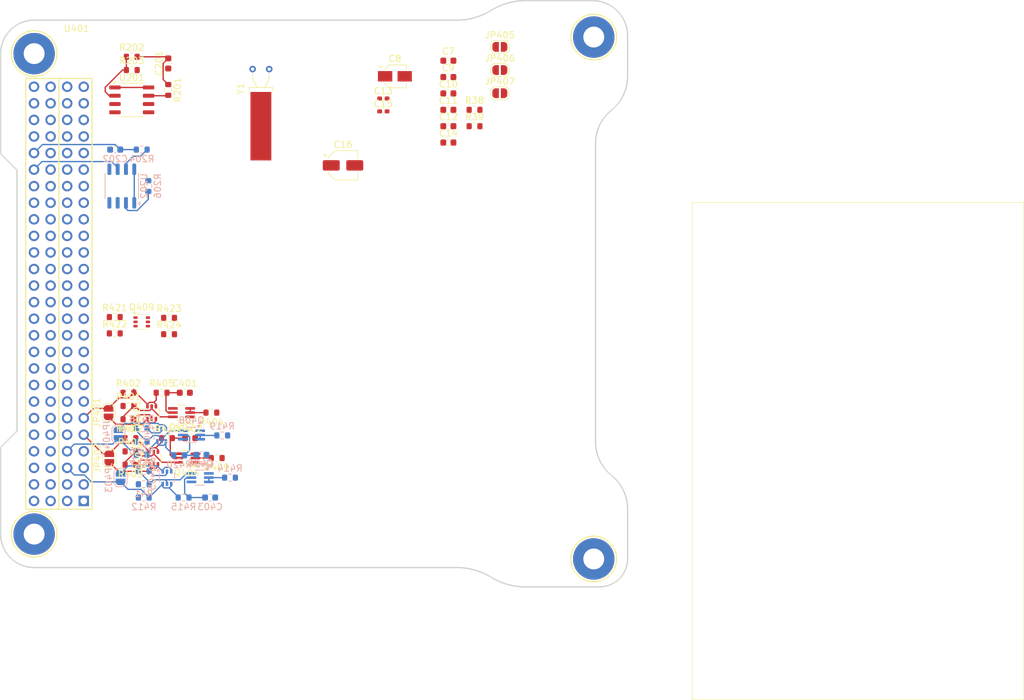
<source format=kicad_pcb>
(kicad_pcb (version 20240108) (generator "pcbnew") (generator_version "8.0")
  (layers (0 "F.Cu" signal) (1 "In1.Cu" signal) (2 "In2.Cu" signal) (31 "B.Cu" mixed) (34 "B.Paste" user) (35 "F.Paste" user) (36 "B.SilkS" user "B.Silkscreen") (37 "F.SilkS" user "F.Silkscreen") (38 "B.Mask" user) (39 "F.Mask" user) (44 "Edge.Cuts" user))
  (net 0 "")
  (net 1 "/MSP430/3V3")
  (net 2 "GND")
  (net 3 "Net-(U101-VCORE)")
  (net 4 "/MSP430/XIN")
  (net 5 "/MSP430/XOUT")
  (net 6 "/MSP430/VUSB")
  (net 7 "/MSP430/V18")
  (net 8 "/MSP430/5V")
  (net 9 "EPS_RESET")
  (net 10 "Net-(Q402B-G1)")
  (net 11 "Net-(Q404B-G1)")
  (net 12 "Net-(Q406B-G1)")
  (net 13 "Net-(Q408B-G1)")
  (net 14 "I2C5V_SCL_PROTEC")
  (net 15 "I2C5V_SCL")
  (net 16 "I2C5V_SDA_PROTEC")
  (net 17 "I2C5V_SDA")
  (net 18 "I2C33V_SCL_PROTEC")
  (net 19 "I2C33V_SCL")
  (net 20 "I2C33V_SDA")
  (net 21 "I2C33V_SDA_PROTEC")
  (net 22 "MISO_RF2")
  (net 23 "MISO")
  (net 24 "MISO_RF1")
  (net 25 "MISO_SD")
  (net 26 "Net-(Q401B-B2)")
  (net 27 "Net-(Q401A-B1)")
  (net 28 "Net-(Q402A-G2)")
  (net 29 "Net-(Q403B-B2)")
  (net 30 "Net-(Q403A-B1)")
  (net 31 "Net-(Q404A-G2)")
  (net 32 "Net-(Q405B-B2)")
  (net 33 "Net-(Q405A-B1)")
  (net 34 "Net-(Q406A-G2)")
  (net 35 "Net-(Q407A-B1)")
  (net 36 "Net-(Q407B-B2)")
  (net 37 "Net-(Q408A-G2)")
  (net 38 "Net-(Q409A-B1)")
  (net 39 "Net-(Q409A-E1)")
  (net 40 "SPI_MISO_PROTEC")
  (net 42 "SBWTDIO")
  (net 43 "3.3V")
  (net 44 "Net-(U201-~{RESET})")
  (net 45 "SWCLK")
  (net 46 "Net-(U202-~{RESET})")
  (net 47 "SPI_CS")
  (net 48 "SPI_MISO")
  (net 49 "SPI_SCK_PROTEC")
  (net 50 "SPI_SCK")
  (net 51 "SPI_MOSI_PROTEC")
  (net 52 "SPI_MOSI")
  (net 53 "Net-(U201-~{MR})")
  (net 55 "EPS_WDT_WDI")
  (net 57 "OBC_WDT_WDI")
  (net 58 "Net-(U202-~{MR})")
  (net 78 "33VOCPCBUS3")
  (net 87 "UART_TX1")
  (net 90 "UART_RX1")
  (net 92 "UART_RX2")
  (net 97 "5VOCPCBUS1")
  (net 98 "33VOCPCBUS2")
  (net 115 "5VOCPCBUS2")
  (net 121 "UART_TX2")
  (net 142 "33VOCPCBUS1")
  (net 157 "OBC_RESET")
  (footprint "Package_TO_SOT_SMD:SOT-363_SC-70-6_Handsoldering" (layer "F.Cu") (at 74.168 82.995 180)
    (property "Reference" "Q402")
    (property "Value" "BSS138DWQ-7")
  )
  (footprint "Resistor_SMD:R_0603_1608Metric" (layer "F.Cu") (at 66.548 28.448)
    (property "Reference" "R202")
    (property "Value" "10K")
  )
  (footprint "Jumper:SolderJumper-2_P1.3mm_Open_RoundedPad1.0x1.5mm" (layer "F.Cu") (at 62.992 82.995 90)
    (property "Reference" "JP401")
    (property "Value" "SolderJumper_2_Open")
  )
  (footprint "Resistor_SMD:R_0603_1608Metric" (layer "F.Cu") (at 66.350001 88.941)
    (property "Reference" "R406")
    (property "Value" "10K")
  )
  (footprint "Resistor_SMD:R_0603_1608Metric" (layer "F.Cu") (at 71.938001 86.909)
    (property "Reference" "R410")
    (property "Value" "200K")
  )
  (footprint "Capacitor_SMD:C_0603_1608Metric" (layer "F.Cu") (at 115.049 41.596)
    (property "Reference" "C14")
    (property "Value" "1u0")
  )
  (footprint "Jumper:SolderJumper-2_P1.3mm_Open_RoundedPad1.0x1.5mm" (layer "F.Cu") (at 63.111001 89.957 90)
    (property "Reference" "JP402")
    (property "Value" "SolderJumper_2_Open")
  )
  (footprint "Resistor_SMD:R_0603_1608Metric" (layer "F.Cu") (at 66.04 81.979)
    (property "Reference" "R401")
    (property "Value" "10K")
  )
  (footprint "Resistor_SMD:R_0603_1608Metric" (layer "F.Cu") (at 72.136 33.528 -90)
    (property "Reference" "R201")
    (property "Value" "10k")
  )
  (footprint "Capacitor_SMD:C_0603_1608Metric" (layer "F.Cu") (at 75.494001 86.909)
    (property "Reference" "C402")
    (property "Value" "10nF")
  )
  (footprint "Resistor_SMD:R_0603_1608Metric" (layer "F.Cu") (at 72.261 70.978)
    (property "Reference" "R424")
    (property "Value" "1K")
  )
  (footprint "Capacitor_SMD:C_0603_1608Metric" (layer "F.Cu") (at 115.049 29.046)
    (property "Reference" "C7")
    (property "Value" "1u0")
  )
  (footprint "Capacitor_SMD:C_0603_1608Metric" (layer "F.Cu") (at 115.049 36.576)
    (property "Reference" "C11")
    (property "Value" "1u1")
  )
  (footprint "Jumper:SolderJumper-2_P1.3mm_Open_RoundedPad1.0x1.5mm" (layer "F.Cu") (at 122.936 26.93)
    (property "Reference" "JP405")
    (property "Value" "SolderJumper_2_Open")
  )
  (footprint "Capacitor_SMD:C_0402_1005Metric_Pad0.74x0.62mm_HandSolder" (layer "F.Cu") (at 105.09 36.814)
    (property "Reference" "C15")
    (property "Value" "1u0")
  )
  (footprint "Resistor_SMD:R_0603_1608Metric" (layer "F.Cu") (at 72.261 68.468)
    (property "Reference" "R423")
    (property "Value" "1K")
  )
  (footprint "Capacitor_SMD:C_0603_1608Metric" (layer "F.Cu") (at 115.049 31.556)
    (property "Reference" "C9")
    (property "Value" "1u0")
  )
  (footprint "Resistor_SMD:R_0603_1608Metric" (layer "F.Cu") (at 66.548 30.48)
    (property "Reference" "R203")
    (property "Value" "10K")
  )
  (footprint "Resistor_SMD:R_0603_1608Metric" (layer "F.Cu") (at 66.04 84.011 180)
    (property "Reference" "R403")
    (property "Value" "680")
  )
  (footprint "Capacitor_SMD:C_0402_1005Metric_Pad0.74x0.62mm_HandSolder" (layer "F.Cu") (at 105.09 34.844)
    (property "Reference" "C13")
    (property "Value" "1u0")
  )
  (footprint "Capacitor_SMD:C_0603_1608Metric" (layer "F.Cu") (at 115.049 34.066)
    (property "Reference" "C10")
    (property "Value" "1u0")
  )
  (footprint "Capacitor_SMD:CP_Elec_3x5.3" (layer "F.Cu") (at 106.86 31.434)
    (property "Reference" "C8")
    (property "Value" "10u")
  )
  (footprint "Resistor_SMD:R_0603_1608Metric" (layer "F.Cu") (at 63.942 68.343)
    (property "Reference" "R421")
    (property "Value" "4.7K")
  )
  (footprint "Resistor_SMD:R_0603_1608Metric" (layer "F.Cu") (at 66.350001 90.973 180)
    (property "Reference" "R408")
    (property "Value" "680")
  )
  (footprint "Jumper:SolderJumper-2_P1.3mm_Open_RoundedPad1.0x1.5mm" (layer "F.Cu") (at 122.936 30.48)
    (property "Reference" "JP406")
    (property "Value" "SolderJumper_2_Open")
  )
  (footprint "Resistor_SMD:R_0603_1608Metric" (layer "F.Cu") (at 63.942 70.853)
    (property "Reference" "R422")
    (property "Value" "0")
  )
  (footprint "Package_TO_SOT_SMD:SOT-363_SC-70-6" (layer "F.Cu") (at 69.906001 89.957 90)
    (property "Reference" "Q403")
    (property "Value" "MBT2222ADW1T1")
  )
  (footprint "Capacitor_SMD:C_0603_1608Metric" (layer "F.Cu") (at 72.136 29.464 90)
    (property "Reference" "C201")
    (property "Value" "1uF")
  )
  (footprint "Resistor_SMD:R_0603_1608Metric" (layer "F.Cu") (at 119.059 36.576)
    (property "Reference" "R38")
    (property "Value" "10k")
  )
  (footprint "Capacitor_SMD:CP_Elec_4x3.9" (layer "F.Cu") (at 98.91 45.094)
    (property "Reference" "C16")
    (property "Value" "10u")
  )
  (footprint "Package_TO_SOT_SMD:SOT-363_SC-70-6" (layer "F.Cu") (at 69.596 82.995 90)
    (property "Reference" "Q401")
    (property "Value" "MBT2222ADW1T1")
  )
  (footprint "Resistor_SMD:R_0603_1608Metric" (layer "F.Cu") (at 66.350001 86.909)
    (property "Reference" "R407")
    (property "Value" "10K")
  )
  (footprint "Resistor_SMD:R_0603_1608Metric" (layer "F.Cu") (at 66.04 79.947)
    (property "Reference" "R402")
    (property "Value" "10K")
  )
  (footprint "Capacitor_SMD:C_0603_1608Metric" (layer "F.Cu") (at 74.676 79.947)
    (property "Reference" "C401")
    (property "Value" "10nF")
  )
  (footprint "Crystal:Crystal_AT310_D3.0mm_L10.0mm_Horizontal_1EP_style1" (layer "F.Cu") (at 85.06 30.334)
    (property "Reference" "Y1")
    (property "Value" "32K")
  )
  (footprint "Resistor_SMD:R_0603_1608Metric" (layer "F.Cu") (at 78.74 82.995 180)
    (property "Reference" "R404")
    (property "Value" "100K")
  )
  (footprint "Package_SO:SO-8_3.9x4.9mm_P1.27mm" (layer "F.Cu") (at 66.548 35.052)
    (property "Reference" "U201")
    (property "Value" "MAX706RESA")
  )
  (footprint "Capacitor_SMD:C_0603_1608Metric" (layer "F.Cu") (at 115.049 39.086)
    (property "Reference" "C12")
    (property "Value" "1u1")
  )
  (footprint "Resistor_SMD:R_0603_1608Metric" (layer "F.Cu") (at 79.558001 89.957 180)
    (property "Reference" "R409")
    (property "Value" "100K")
  )
  (footprint "Resistor_SMD:R_0603_1608Metric" (layer "F.Cu") (at 119.059 39.086)
    (property "Reference" "R39")
    (property "Value" "10K")
  )
  (footprint "Resistor_SMD:R_0603_1608Metric" (layer "F.Cu") (at 71.12 79.947)
    (property "Reference" "R405")
    (property "Value" "200K")
  )
  (footprint "Package_TO_SOT_SMD:SOT-363_SC-70-6_Handsoldering" (layer "F.Cu") (at 74.986001 89.957 180)
    (property "Reference" "Q404")
    (property "Value" "BSS138DWQ-7")
  )
  (footprint "Jumper:SolderJumper-2_P1.3mm_Open_RoundedPad1.0x1.5mm" (layer "F.Cu") (at 122.936 34.03)
    (property "Reference" "JP407")
    (property "Value" "SolderJumper_2_Open")
  )
  (footprint "Payload:PC104-Standard" (layer "F.Cu") (at 51.592 101.62)
    (property "Reference" "U401")
    (property "Value" "Payload")
    (fp_line (start -5.13 -58.3) (end -5.13 -73.66) (stroke (width 0.2)) (layer "Edge.Cuts"))
    (fp_line (start -5.13 -13.3) (end -5.13 0) (stroke (width 0.2)) (layer "Edge.Cuts"))
    (fp_line (start -5.13 -13.3) (end -2.63 -15.8) (stroke (width 0.2)) (layer "Edge.Cuts"))
    (fp_line (start -2.63 -55.8) (end -5.13 -58.3) (stroke (width 0.2)) (layer "Edge.Cuts"))
    (fp_line (start -2.63 -15.8) (end -2.63 -55.8) (stroke (width 0.2)) (layer "Edge.Cuts"))
    (fp_line (start 65 -78.79) (end 0 -78.79) (stroke (width 0.2)) (layer "Edge.Cuts"))
    (fp_line (start 65 5.13) (end 0 5.13) (stroke (width 0.2)) (layer "Edge.Cuts"))
    (fp_line (start 75 -81.78) (end 85.73 -81.78) (stroke (width 0.2)) (layer "Edge.Cuts"))
    (fp_line (start 86 -60) (end 86 -14) (stroke (width 0.2)) (layer "Edge.Cuts"))
    (fp_line (start 86.6 8.09) (end 75 8.09) (stroke (width 0.2)) (layer "Edge.Cuts"))
    (fp_line (start 90.91 -76.2) (end 90.91 -70) (stroke (width 0.2)) (layer "Edge.Cuts"))
    (fp_line (start 90.91 -4) (end 90.91 3.81) (stroke (width 0.2)) (layer "Edge.Cuts"))
    (fp_arc (start -5.13 -73.66) (mid -3.627458 -77.287458) (end 0 -78.79) (stroke (width 0.2)) (layer "Edge.Cuts"))
    (fp_arc (start 0 5.13) (mid -3.627458 3.627458) (end -5.13 0) (stroke (width 0.2)) (layer "Edge.Cuts"))
    (fp_arc (start 65 5.13) (mid 67.597422 5.540869) (end 70 6.61) (stroke (width 0.2)) (layer "Edge.Cuts"))
    (fp_arc (start 70 -80.285) (mid 67.598411 -79.208368) (end 65 -78.79) (stroke (width 0.2)) (layer "Edge.Cuts"))
    (fp_arc (start 70 -80.285) (mid 72.401589 -81.361632) (end 75 -81.78) (stroke (width 0.2)) (layer "Edge.Cuts"))
    (fp_arc (start 75 8.09) (mid 72.402578 7.679131) (end 70 6.61) (stroke (width 0.2)) (layer "Edge.Cuts"))
    (fp_arc (start 85.73 -81.78) (mid 89.475656 -80.062813) (end 90.91 -76.2) (stroke (width 0.2)) (layer "Edge.Cuts"))
    (fp_arc (start 86 -60) (mid 86.673267 -62.772128) (end 88.455 -65) (stroke (width 0.2)) (layer "Edge.Cuts"))
    (fp_arc (start 88.455 -9) (mid 86.673266 -11.227871) (end 86 -14) (stroke (width 0.2)) (layer "Edge.Cuts"))
    (fp_arc (start 88.455 -9) (mid 90.236734 -6.772129) (end 90.91 -4) (stroke (width 0.2)) (layer "Edge.Cuts"))
    (fp_arc (start 90.91 -70) (mid 90.236733 -67.227872) (end 88.455 -65) (stroke (width 0.2)) (layer "Edge.Cuts"))
    (fp_arc (start 90.91 3.81) (mid 89.641417 6.84263) (end 86.6 8.09) (stroke (width 0.2)) (layer "Edge.Cuts"))
  )
  (footprint "Package_TO_SOT_SMD:SOT-363_SC-70-6" (layer "F.Cu") (at 68.072 69.088)
    (property "Reference" "Q409")
    (property "Value" "MMDT2907")
  )
  (footprint "Capacitor_SMD:C_0603_1608Metric" (layer "B.Cu") (at 77.216 89.474)
    (property "Reference" "C404")
    (property "Value" "10nF")
  )
  (footprint "Resistor_SMD:R_0603_1608Metric" (layer "B.Cu") (at 68.072 85.41 180)
    (property "Reference" "R418")
    (property "Value" "680")
  )
  (footprint "Package_TO_SOT_SMD:SOT-363_SC-70-6" (layer "B.Cu") (at 71.945 92.964 -90)
    (property "Reference" "Q405")
    (property "Value" "MBT2222ADW1T1")
  )
  (footprint "Resistor_SMD:R_0603_1608Metric" (layer "B.Cu") (at 74.485 96.012)
    (property "Reference" "R415")
    (property "Value" "200K")
  )
  (footprint "Resistor_SMD:R_0603_1608Metric" (layer "B.Cu") (at 73.802 89.54)
    (property "Reference" "R420")
    (property "Value" "200K")
  )
  (footprint "Capacitor_SMD:C_0603_1608Metric" (layer "B.Cu") (at 78.549 96.012)
    (property "Reference" "C403")
    (property "Value" "10nF")
  )
  (footprint "Resistor_SMD:R_0603_1608Metric" (layer "B.Cu") (at 68.389 91.948 180)
    (property "Reference" "R413")
    (property "Value" "680")
  )
  (footprint "Package_SO:SO-8_3.9x4.9mm_P1.27mm" (layer "B.Cu") (at 65.024 48.26 90)
    (property "Reference" "U202")
    (property "Value" "MAX706RESA")
  )
  (footprint "Jumper:SolderJumper-2_P1.3mm_Open_RoundedPad1.0x1.5mm" (layer "B.Cu") (at 64.833 92.964 -90)
    (property "Reference" "JP403")
    (property "Value" "SolderJumper_2_Open")
  )
  (footprint "Package_TO_SOT_SMD:SOT-363_SC-70-6_Handsoldering" (layer "B.Cu") (at 77.025 92.964 180)
    (property "Reference" "Q406")
    (property "Value" "BSS138DWQ-7")
  )
  (footprint "Resistor_SMD:R_0603_1608Metric" (layer "B.Cu") (at 68.389 96.012)
    (property "Reference" "R412")
    (property "Value" "10K")
  )
  (footprint "Jumper:SolderJumper-2_P1.3mm_Open_RoundedPad1.0x1.5mm" (layer "B.Cu") (at 64.516 86.284 -90)
    (property "Reference" "JP404")
    (property "Value" "SolderJumper_2_Open")
  )
  (footprint "Resistor_SMD:R_0603_1608Metric" (layer "B.Cu") (at 69.088 48.26 90)
    (property "Reference" "R206")
    (property "Value" "10K")
  )
  (footprint "Package_TO_SOT_SMD:SOT-363_SC-70-6_Handsoldering" (layer "B.Cu") (at 75.692 86.426 180)
    (property "Reference" "Q408")
    (property "Value" "BSS138DWQ-7")
  )
  (footprint "Resistor_SMD:R_0603_1608Metric" (layer "B.Cu") (at 68.072 42.672)
    (property "Reference" "R204")
    (property "Value" "10k")
  )
  (footprint "Resistor_SMD:R_0603_1608Metric" (layer "B.Cu") (at 80.406 86.492 180)
    (property "Reference" "R419")
    (property "Value" "100K")
  )
  (footprint "Package_TO_SOT_SMD:SOT-363_SC-70-6" (layer "B.Cu") (at 71.12 86.426 -90)
    (property "Reference" "Q407")
    (property "Value" "MBT2222ADW1T1")
  )
  (footprint "Resistor_SMD:R_0603_1608Metric" (layer "B.Cu") (at 68.072 87.442)
    (property "Reference" "R416")
    (property "Value" "10K")
  )
  (footprint "Resistor_SMD:R_0603_1608Metric" (layer "B.Cu") (at 68.389 93.98)
    (property "Reference" "R41")
    (property "Value" "10K")
  )
  (footprint "Resistor_SMD:R_0603_1608Metric" (layer "B.Cu") (at 81.597 92.964 180)
    (property "Reference" "R414")
    (property "Value" "100K")
  )
  (footprint "Capacitor_SMD:C_0603_1608Metric" (layer "B.Cu") (at 64.008 42.672)
    (property "Reference" "C202")
    (property "Value" "1uF")
  )
  (footprint "Resistor_SMD:R_0603_1608Metric" (layer "B.Cu") (at 68.072 89.474)
    (property "Reference" "R417")
    (property "Value" "10K")
  )
  (gr_rect (start 152.4 50.8) (end 203.2 127) (stroke (width 0.1)) (fill none) (layer "F.SilkS"))
  (segment (start 71.895 28.448) (end 72.136 28.689) (width 0.2) (layer "F.Cu") (net 9))
  (segment (start 72.136 28.689) (end 71.361 29.464) (width 0.2) (layer "F.Cu") (net 9))
  (segment (start 67.373 28.448) (end 71.895 28.448) (width 0.2) (layer "F.Cu") (net 9))
  (segment (start 71.361 31.928) (end 72.136 32.703) (width 0.2) (layer "F.Cu") (net 9))
  (segment (start 71.361 29.464) (end 71.361 31.928) (width 0.2) (layer "F.Cu") (net 9))
  (segment (start 73.901 79.947) (end 71.945 79.947) (width 0.2) (layer "F.Cu") (net 10))
  (segment (start 71.945 79.947) (end 71.788 80.104) (width 0.2) (layer "F.Cu") (net 10))
  (segment (start 71.788 80.104) (end 71.788 82.694999) (width 0.2) (layer "F.Cu") (net 10))
  (segment (start 72.088001 82.995) (end 72.838 82.995) (width 0.2) (layer "F.Cu") (net 10))
  (segment (start 71.788 82.694999) (end 72.088001 82.995) (width 0.2) (layer "F.Cu") (net 10))
  (segment (start 72.446001 87.226) (end 72.763001 86.909) (width 0.2) (layer "F.Cu") (net 11))
  (segment (start 74.719001 86.909) (end 72.763001 86.909) (width 0.2) (layer "F.Cu") (net 11))
  (segment (start 73.656001 89.957) (end 72.906002 89.957) (width 0.2) (layer "F.Cu") (net 11))
  (segment (start 72.906002 89.957) (end 72.446001 89.496999) (width 0.2) (layer "F.Cu") (net 11))
  (segment (start 72.446001 89.496999) (end 72.446001 87.226) (width 0.2) (layer "F.Cu") (net 11))
  (segment (start 74.945001 92.964) (end 75.695 92.964) (width 0.2) (layer "B.Cu") (net 12))
  (segment (start 75.31 96.012) (end 74.645 95.347) (width 0.2) (layer "B.Cu") (net 12))
  (segment (start 77.774 96.012) (end 75.31 96.012) (width 0.2) (layer "B.Cu") (net 12))
  (segment (start 74.645 95.347) (end 74.645 93.264001) (width 0.2) (layer "B.Cu") (net 12))
  (segment (start 74.645 93.264001) (end 74.945001 92.964) (width 0.2) (layer "B.Cu") (net 12))
  (segment (start 75.412 86.726001) (end 75.111999 86.426) (width 0.2) (layer "B.Cu") (net 13))
  (segment (start 76.375 89.54) (end 76.441 89.474) (width 0.2) (layer "B.Cu") (net 13))
  (segment (start 75.111999 86.426) (end 74.362 86.426) (width 0.2) (layer "B.Cu") (net 13))
  (segment (start 74.627 89.54) (end 76.375 89.54) (width 0.2) (layer "B.Cu") (net 13))
  (segment (start 75.412 88.755) (end 75.412 86.726001) (width 0.2) (layer "B.Cu") (net 13))
  (segment (start 74.627 89.54) (end 75.412 88.755) (width 0.2) (layer "B.Cu") (net 13))
  (segment (start 69.246001 81.42) (end 69.945999 81.42) (width 0.2) (layer "F.Cu") (net 14))
  (segment (start 66.09 80.722) (end 66.865 79.947) (width 0.2) (layer "F.Cu") (net 14))
  (segment (start 62.992 82.345) (end 64.615 80.722) (width 0.2) (layer "F.Cu") (net 14))
  (segment (start 69.945999 81.42) (end 70.246 81.720001) (width 0.2) (layer "F.Cu") (net 14))
  (segment (start 70.246 81.720001) (end 70.246 82.045) (width 0.2) (layer "F.Cu") (net 14))
  (segment (start 64.615 80.722) (end 66.09 80.722) (width 0.2) (layer "F.Cu") (net 14))
  (segment (start 60.687 82.345) (end 59.192 83.84) (width 0.2) (layer "F.Cu") (net 14))
  (segment (start 70.295 79.947) (end 70.295 81.070999) (width 0.2) (layer "F.Cu") (net 14))
  (segment (start 70.295 81.070999) (end 69.945999 81.42) (width 0.2) (layer "F.Cu") (net 14))
  (segment (start 62.992 82.345) (end 60.687 82.345) (width 0.2) (layer "F.Cu") (net 14))
  (segment (start 66.865 79.947) (end 66.865 79.4105) (width 0.2) (layer "F.Cu") (net 14))
  (segment (start 67.172999 79.947) (end 68.946 81.720001) (width 0.2) (layer "F.Cu") (net 14))
  (segment (start 68.946 82.045) (end 68.946 81.720001) (width 0.2) (layer "F.Cu") (net 14))
  (segment (start 66.865 79.947) (end 67.172999 79.947) (width 0.2) (layer "F.Cu") (net 14))
  (segment (start 68.946 81.720001) (end 69.246001 81.42) (width 0.2) (layer "F.Cu") (net 14))
  (segment (start 64.133 84.786) (end 68.105 84.786) (width 0.2) (layer "F.Cu") (net 15))
  (segment (start 68.946 84.269999) (end 69.246001 84.57) (width 0.2) (layer "F.Cu") (net 15))
  (segment (start 70.246 84.269999) (end 70.246 83.945) (width 0.2) (layer "F.Cu") (net 15))
  (segment (start 68.105 84.786) (end 68.946 83.945) (width 0.2) (layer "F.Cu") (net 15))
  (segment (start 69.945999 84.57) (end 70.246 84.269999) (width 0.2) (layer "F.Cu") (net 15))
  (segment (start 69.246001 84.57) (end 69.945999 84.57) (width 0.2) (layer "F.Cu") (net 15))
  (segment (start 62.992 83.645) (end 64.133 84.786) (width 0.2) (layer "F.Cu") (net 15))
  (segment (start 68.946 83.945) (end 68.946 84.269999) (width 0.2) (layer "F.Cu") (net 15))
  (segment (start 63.111001 89.307) (end 62.119 89.307) (width 0.2) (layer "F.Cu") (net 16))
  (segment (start 70.256 88.382) (end 70.556001 88.682001) (width 0.2) (layer "F.Cu") (net 16))
  (segment (start 66.400001 87.684) (end 67.175001 86.909) (width 0.2) (layer "F.Cu") (net 16))
  (segment (start 63.111001 89.307) (end 63.111001 89.288999) (width 0.2) (layer "F.Cu") (net 16))
  (segment (start 71.113001 86.909) (end 71.113001 87.524999) (width 0.2) (layer "F.Cu") (net 16))
  (segment (start 70.556001 88.682001) (end 70.556001 89.007) (width 0.2) (layer "F.Cu") (net 16))
  (segment (start 67.175001 86.909) (end 67.175001 86.926) (width 0.2) (layer "F.Cu") (net 16))
  (segment (start 63.111001 89.288999) (end 64.716 87.684) (width 0.2) (layer "F.Cu") (net 16))
  (segment (start 71.113001 87.524999) (end 70.256 88.382) (width 0.2) (layer "F.Cu") (net 16))
  (segment (start 69.256001 88.682001) (end 69.556002 88.382) (width 0.2) (layer "F.Cu") (net 16))
  (segment (start 69.256001 89.007) (end 69.256001 88.682001) (width 0.2) (layer "F.Cu") (net 16))
  (segment (start 62.119 89.307) (end 59.192 86.38) (width 0.2) (layer "F.Cu") (net 16))
  (segment (start 67.175001 86.926) (end 69.256001 89.007) (width 0.2) (layer "F.Cu") (net 16))
  (segment (start 64.716 87.684) (end 66.400001 87.684) (width 0.2) (layer "F.Cu") (net 16))
  (segment (start 69.556002 88.382) (end 70.256 88.382) (width 0.2) (layer "F.Cu") (net 16))
  (segment (start 70.556001 91.231999) (end 70.556001 90.907) (width 0.2) (layer "F.Cu") (net 17))
  (segment (start 70.256 91.532) (end 70.556001 91.231999) (width 0.2) (layer "F.Cu") (net 17))
  (segment (start 69.099002 91.989) (end 68.890001 91.989) (width 0.2) (layer "F.Cu") (net 17))
  (segment (start 69.256001 91.231999) (end 69.556002 91.532) (width 0.2) (layer "F.Cu") (net 17))
  (segment (start 63.111001 90.607) (end 64.493001 91.989) (width 0.2) (layer "F.Cu") (net 17))
  (segment (start 69.556002 91.532) (end 69.099002 91.989) (width 0.2) (layer "F.Cu") (net 17))
  (segment (start 64.493001 91.989) (end 68.890001 91.989) (width 0.2) (layer "F.Cu") (net 17))
  (segment (start 69.556002 91.532) (end 70.256 91.532) (width 0.2) (layer "F.Cu") (net 17))
  (segment (start 69.256001 90.907) (end 69.256001 91.231999) (width 0.2) (layer "F.Cu") (net 17))
  (segment (start 67.957 94.755) (end 69.214 96.012) (width 0.2) (layer "B.Cu") (net 18))
  (segment (start 71.488 94.539) (end 71.295 94.346) (width 0.2) (layer "B.Cu") (net 18))
  (segment (start 57.752 92.56) (end 56.652 91.46) (width 0.2) (layer "B.Cu") (net 18))
  (segment (start 60.361635 93.614) (end 59.307635 92.56) (width 0.2) (layer "B.Cu") (net 18))
  (segment (start 64.833 93.614) (end 65.974 94.755) (width 0.2) (layer "B.Cu") (net 18))
  (segment (start 69.214 96.012) (end 69.214 95.995) (width 0.2) (layer "B.Cu") (net 18))
  (segment (start 71.295 94.346) (end 71.295 93.914) (width 0.2) (layer "B.Cu") (net 18))
  (segment (start 65.974 94.755) (end 67.957 94.755) (width 0.2) (layer "B.Cu") (net 18))
  (segment (start 59.307635 92.56) (end 57.752 92.56) (width 0.2) (layer "B.Cu") (net 18))
  (segment (start 73.66 96.012) (end 73.66 95.904001) (width 0.2) (layer "B.Cu") (net 18))
  (segment (start 73.66 95.904001) (end 72.294999 94.539) (width 0.2) (layer "B.Cu") (net 18))
  (segment (start 72.595 93.914) (end 72.595 94.238999) (width 0.2) (layer "B.Cu") (net 18))
  (segment (start 69.214 95.995) (end 71.295 93.914) (width 0.2) (layer "B.Cu") (net 18))
  (segment (start 64.833 93.614) (end 60.361635 93.614) (width 0.2) (layer "B.Cu") (net 18))
  (segment (start 72.294999 94.539) (end 71.488 94.539) (width 0.2) (layer "B.Cu") (net 18))
  (segment (start 72.595 94.238999) (end 72.294999 94.539) (width 0.2) (layer "B.Cu") (net 18))
  (segment (start 64.833 92.314) (end 65.974 91.173) (width 0.2) (layer "B.Cu") (net 19))
  (segment (start 65.974 91.173) (end 70.454 91.173) (width 0.2) (layer "B.Cu") (net 19))
  (segment (start 71.295 92.014) (end 71.295 91.770544) (width 0.2) (layer "B.Cu") (net 19))
  (segment (start 71.676544 91.389) (end 72.294999 91.389) (width 0.2) (layer "B.Cu") (net 19))
  (segment (start 72.294999 91.389) (end 72.595 91.689001) (width 0.2) (layer "B.Cu") (net 19))
  (segment (start 70.454 91.173) (end 71.295 92.014) (width 0.2) (layer "B.Cu") (net 19))
  (segment (start 71.295 91.770544) (end 71.676544 91.389) (width 0.2) (layer "B.Cu") (net 19))
  (segment (start 72.595 91.689001) (end 72.595 92.014) (width 0.2) (layer "B.Cu") (net 19))
  (segment (start 70.770001 84.851) (end 70.47 85.151001) (width 0.2) (layer "B.Cu") (net 20))
  (segment (start 71.77 85.476) (end 71.77 85.151001) (width 0.2) (layer "B.Cu") (net 20))
  (segment (start 70.47 85.151001) (end 70.47 85.476) (width 0.2) (layer "B.Cu") (net 20))
  (segment (start 65.515 84.635) (end 70.554001 84.635) (width 0.2) (layer "B.Cu") (net 20))
  (segment (start 70.554001 84.635) (end 70.770001 84.851) (width 0.2) (layer "B.Cu") (net 20))
  (segment (start 71.77 85.151001) (end 71.469999 84.851) (width 0.2) (layer "B.Cu") (net 20))
  (segment (start 64.516 85.634) (end 65.515 84.635) (width 0.2) (layer "B.Cu") (net 20))
  (segment (start 71.469999 84.851) (end 70.770001 84.851) (width 0.2) (layer "B.Cu") (net 20))
  (segment (start 71.77 87.376) (end 71.77 88.333) (width 0.2) (layer "B.Cu") (net 21))
  (segment (start 56.652 88.92) (end 57.752 87.82) (width 0.2) (layer "B.Cu") (net 21))
  (segment (start 68.897 88.949) (end 70.47 87.376) (width 0.2) (layer "B.Cu") (net 21))
  (segment (start 66.281 88.699) (end 68.122 88.699) (width 0.2) (layer "B.Cu") (net 21))
  (segment (start 57.752 87.82) (end 63.63 87.82) (width 0.2) (layer "B.Cu") (net 21))
  (segment (start 70.47 87.700999) (end 70.770001 88.001) (width 0.2) (layer "B.Cu") (net 21))
  (segment (start 71.77 88.333) (end 72.977 89.54) (width 0.2) (layer "B.Cu") (net 21))
  (segment (start 68.897 89.474) (end 68.897 88.949) (width 0.2) (layer "B.Cu") (net 21))
  (segment (start 70.770001 88.001) (end 71.469999 88.001) (width 0.2) (layer "B.Cu") (net 21))
  (segment (start 63.63 87.82) (end 64.516 86.934) (width 0.2) (layer "B.Cu") (net 21))
  (segment (start 70.47 87.376) (end 70.47 87.700999) (width 0.2) (layer "B.Cu") (net 21))
  (segment (start 64.516 86.934) (end 66.281 88.699) (width 0.2) (layer "B.Cu") (net 21))
  (segment (start 68.122 88.699) (end 68.897 89.474) (width 0.2) (layer "B.Cu") (net 21))
  (segment (start 71.77 87.700999) (end 71.77 87.376) (width 0.2) (layer "B.Cu") (net 21))
  (segment (start 71.469999 88.001) (end 71.77 87.700999) (width 0.2) (layer "B.Cu") (net 21))
  (segment (start 65.215 83.629) (end 66.865 81.979) (width 0.2) (layer "F.Cu") (net 26))
  (segment (start 67.056 81.979) (end 67.747 82.67) (width 0.2) (layer "F.Cu") (net 26))
  (segment (start 69.596 82.045) (end 69.596 82.369999) (width 0.2) (layer "F.Cu") (net 26))
  (segment (start 66.865 81.979) (end 67.056 81.979) (width 0.2) (layer "F.Cu") (net 26))
  (segment (start 69.295999 82.67) (end 69.596 82.369999) (width 0.2) (layer "F.Cu") (net 26))
  (segment (start 69.596 82.369999) (end 70.871001 83.645) (width 0.2) (layer "F.Cu") (net 26))
  (segment (start 67.747 82.67) (end 69.295999 82.67) (width 0.2) (layer "F.Cu") (net 26))
  (segment (start 65.215 84.011) (end 65.215 83.629) (width 0.2) (layer "F.Cu") (net 26))
  (segment (start 70.871001 83.645) (end 72.838 83.645) (width 0.2) (layer "F.Cu") (net 26))
  (segment (start 66.865 84.011) (end 67.556 83.32) (width 0.2) (layer "F.Cu") (net 27))
  (segment (start 69.596 83.620001) (end 69.596 83.945) (width 0.2) (layer "F.Cu") (net 27))
  (segment (start 67.556 83.32) (end 69.295999 83.32) (width 0.2) (layer "F.Cu") (net 27))
  (segment (start 69.295999 83.32) (end 69.596 83.620001) (width 0.2) (layer "F.Cu") (net 27))
  (segment (start 75.498 82.345) (end 75.498 82.995) (width 0.2) (layer "F.Cu") (net 28))
  (segment (start 77.915 82.995) (end 75.498 82.995) (width 0.2) (layer "F.Cu") (net 28))
  (segment (start 69.606 89.632) (end 67.866001 89.632) (width 0.2) (layer "F.Cu") (net 29))
  (segment (start 71.181002 90.607) (end 73.656001 90.607) (width 0.2) (layer "F.Cu") (net 29))
  (segment (start 69.906001 89.331999) (end 69.606 89.632) (width 0.2) (layer "F.Cu") (net 29))
  (segment (start 65.525001 90.591) (end 67.175001 88.941) (width 0.2) (layer "F.Cu") (net 29))
  (segment (start 67.866001 89.632) (end 67.175001 88.941) (width 0.2) (layer "F.Cu") (net 29))
  (segment (start 69.906001 89.331999) (end 71.181002 90.607) (width 0.2) (layer "F.Cu") (net 29))
  (segment (start 69.906001 89.007) (end 69.906001 89.331999) (width 0.2) (layer "F.Cu") (net 29))
  (segment (start 65.525001 90.973) (end 65.525001 90.591) (width 0.2) (layer "F.Cu") (net 29))
  (segment (start 69.906001 90.582001) (end 69.606 90.282) (width 0.2) (layer "F.Cu") (net 30))
  (segment (start 69.606 90.282) (end 67.866001 90.282) (width 0.2) (layer "F.Cu") (net 30))
  (segment (start 69.906001 90.907) (end 69.906001 90.582001) (width 0.2) (layer "F.Cu") (net 30))
  (segment (start 67.866001 90.282) (end 67.175001 90.973) (width 0.2) (layer "F.Cu") (net 30))
  (segment (start 78.733001 89.957) (end 76.316001 89.957) (width 0.2) (layer "F.Cu") (net 31))
  (segment (start 69.905 93.289) (end 69.214 93.98) (width 0.2) (layer "B.Cu") (net 32))
  (segment (start 71.945 93.914) (end 71.945 93.589001) (width 0.2) (layer "B.Cu") (net 32))
  (segment (start 71.644999 93.289) (end 73.970001 93.289) (width 0.2) (layer "B.Cu") (net 32))
  (segment (start 69.214 93.98) (end 69.214 93.598) (width 0.2) (layer "B.Cu") (net 32))
  (segment (start 69.214 93.598) (end 67.564 91.948) (width 0.2) (layer "B.Cu") (net 32))
  (segment (start 71.644999 93.289) (end 69.905 93.289) (width 0.2) (layer "B.Cu") (net 32))
  (segment (start 74.945001 92.314) (end 75.695 92.314) (width 0.2) (layer "B.Cu") (net 32))
  (segment (start 73.970001 93.289) (end 74.945001 92.314) (width 0.2) (layer "B.Cu") (net 32))
  (segment (start 71.945 93.589001) (end 71.644999 93.289) (width 0.2) (layer "B.Cu") (net 32))
  (segment (start 69.905 92.639) (end 69.214 91.948) (width 0.2) (layer "B.Cu") (net 33))
  (segment (start 71.945 92.338999) (end 71.644999 92.639) (width 0.2) (layer "B.Cu") (net 33))
  (segment (start 71.644999 92.639) (end 69.905 92.639) (width 0.2) (layer "B.Cu") (net 33))
  (segment (start 71.945 92.014) (end 71.945 92.338999) (width 0.2) (layer "B.Cu") (net 33))
  (segment (start 78.355 93.614) (end 78.355 92.964) (width 0.2) (layer "B.Cu") (net 34))
  (segment (start 80.772 92.964) (end 78.355 92.964) (width 0.2) (layer "B.Cu") (net 34))
  (segment (start 71.12 85.476) (end 71.12 85.800999) (width 0.2) (layer "B.Cu") (net 35))
  (segment (start 69.588 86.101) (end 68.897 85.41) (width 0.2) (layer "B.Cu") (net 35))
  (segment (start 70.819999 86.101) (end 69.588 86.101) (width 0.2) (layer "B.Cu") (net 35))
  (segment (start 71.12 85.800999) (end 70.819999 86.101) (width 0.2) (layer "B.Cu") (net 35))
  (segment (start 72.395001 85.776) (end 71.12 87.051001) (width 0.2) (layer "B.Cu") (net 36))
  (segment (start 67.247 85.792) (end 68.897 87.442) (width 0.2) (layer "B.Cu") (net 36))
  (segment (start 71.12 87.051001) (end 70.569999 86.501) (width 0.2) (layer "B.Cu") (net 36))
  (segment (start 74.362 85.776) (end 72.395001 85.776) (width 0.2) (layer "B.Cu") (net 36))
  (segment (start 71.12 87.051001) (end 71.12 87.376) (width 0.2) (layer "B.Cu") (net 36))
  (segment (start 67.247 85.41) (end 67.247 85.792) (width 0.2) (layer "B.Cu") (net 36))
  (segment (start 69.838 86.501) (end 68.897 87.442) (width 0.2) (layer "B.Cu") (net 36))
  (segment (start 70.569999 86.501) (end 69.838 86.501) (width 0.2) (layer "B.Cu") (net 36))
  (segment (start 77.088 86.492) (end 77.022 86.426) (width 0.2) (layer "B.Cu") (net 37))
  (segment (start 79.581 86.492) (end 77.088 86.492) (width 0.2) (layer "B.Cu") (net 37))
  (segment (start 77.022 86.426) (end 77.022 87.076) (width 0.2) (layer "B.Cu") (net 37))
  (segment (start 65.723 30.48) (end 65.723 28.448) (width 0.2) (layer "F.Cu") (net 43))
  (segment (start 63.973 34.417) (end 63.098001 34.417) (width 0.2) (layer "F.Cu") (net 43))
  (segment (start 65.124448 30.48) (end 65.723 30.48) (width 0.2) (layer "F.Cu") (net 43))
  (segment (start 63.098001 34.417) (end 62.484 33.802999) (width 0.2) (layer "F.Cu") (net 43))
  (segment (start 62.484 33.802999) (end 62.484 33.120448) (width 0.2) (layer "F.Cu") (net 43))
  (segment (start 62.484 33.120448) (end 65.124448 30.48) (width 0.2) (layer "F.Cu") (net 43))
  (segment (start 65.659 50.835) (end 65.659 51.709999) (width 0.2) (layer "B.Cu") (net 43))
  (segment (start 67.37 52.01) (end 69.088 50.292) (width 0.2) (layer "B.Cu") (net 43))
  (segment (start 65.659 51.709999) (end 65.959001 52.01) (width 0.2) (layer "B.Cu") (net 43))
  (segment (start 69.088 50.292) (end 69.088 49.085) (width 0.2) (layer "B.Cu") (net 43))
  (segment (start 65.959001 52.01) (end 67.37 52.01) (width 0.2) (layer "B.Cu") (net 43))
  (segment (start 72.072 34.417) (end 72.136 34.353) (width 0.2) (layer "F.Cu") (net 44))
  (segment (start 69.123 34.417) (end 72.072 34.417) (width 0.2) (layer "F.Cu") (net 44))
  (segment (start 65.659 45.685) (end 65.659 44.810001) (width 0.2) (layer "B.Cu") (net 46))
  (segment (start 67.881 43.688) (end 68.897 42.672) (width 0.2) (layer "B.Cu") (net 46))
  (segment (start 65.659 44.810001) (end 66.781001 43.688) (width 0.2) (layer "B.Cu") (net 46))
  (segment (start 66.781001 43.688) (end 67.881 43.688) (width 0.2) (layer "B.Cu") (net 46))
  (segment (start 63.973 33.147) (end 69.123 33.147) (width 0.2) (layer "F.Cu") (net 53))
  (segment (start 51.572 45.74) (end 52.802 44.51) (width 0.2) (layer "B.Cu") (net 57))
  (segment (start 63.459552 44.51) (end 64.389 45.439448) (width 0.2) (layer "B.Cu") (net 57))
  (segment (start 64.389 45.439448) (end 64.389 45.685) (width 0.2) (layer "B.Cu") (net 57))
  (segment (start 52.802 44.51) (end 63.459552 44.51) (width 0.2) (layer "B.Cu") (net 57))
  (segment (start 66.929 50.835) (end 66.929 45.685) (width 0.2) (layer "B.Cu") (net 58))
  (segment (start 67.247 42.672) (end 64.783 42.672) (width 0.2) (layer "B.Cu") (net 157))
  (segment (start 64.008 41.897) (end 64.783 42.672) (width 0.2) (layer "B.Cu") (net 157))
  (segment (start 51.572 43.2) (end 52.875 41.897) (width 0.2) (layer "B.Cu") (net 157))
  (segment (start 52.875 41.897) (end 64.008 41.897) (width 0.2) (layer "B.Cu") (net 157))
)
</source>
